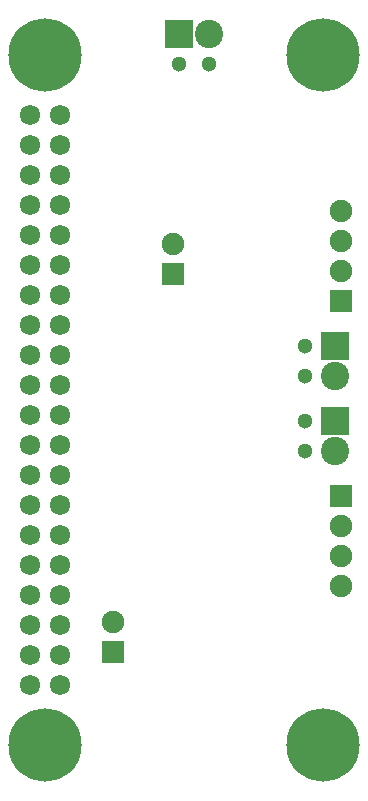
<source format=gbs>
G04 #@! TF.GenerationSoftware,KiCad,Pcbnew,(5.0.0)*
G04 #@! TF.CreationDate,2018-10-15T11:55:30+01:00*
G04 #@! TF.ProjectId,Motor Shield,4D6F746F7220536869656C642E6B6963,rev?*
G04 #@! TF.SameCoordinates,Original*
G04 #@! TF.FileFunction,Soldermask,Bot*
G04 #@! TF.FilePolarity,Negative*
%FSLAX46Y46*%
G04 Gerber Fmt 4.6, Leading zero omitted, Abs format (unit mm)*
G04 Created by KiCad (PCBNEW (5.0.0)) date 10/15/18 11:55:30*
%MOMM*%
%LPD*%
G01*
G04 APERTURE LIST*
%ADD10C,1.300000*%
%ADD11C,2.400000*%
%ADD12R,2.400000X2.400000*%
%ADD13R,1.900000X1.900000*%
%ADD14O,1.900000X1.900000*%
%ADD15C,6.200000*%
%ADD16C,1.724000*%
G04 APERTURE END LIST*
D10*
G04 #@! TO.C,J4*
X167386000Y-106680000D03*
D11*
X169926000Y-106680000D03*
D10*
X167386000Y-104140000D03*
D12*
X169926000Y-104140000D03*
G04 #@! TD*
G04 #@! TO.C,J5*
X169926000Y-97790000D03*
D10*
X167386000Y-97790000D03*
D11*
X169926000Y-100330000D03*
D10*
X167386000Y-100330000D03*
G04 #@! TD*
D13*
G04 #@! TO.C,J3*
X156210000Y-91694000D03*
D14*
X156210000Y-89154000D03*
G04 #@! TD*
D13*
G04 #@! TO.C,J2*
X151130000Y-123698000D03*
D14*
X151130000Y-121158000D03*
G04 #@! TD*
D13*
G04 #@! TO.C,J6*
X170434000Y-93980000D03*
D14*
X170434000Y-91440000D03*
X170434000Y-88900000D03*
X170434000Y-86360000D03*
G04 #@! TD*
G04 #@! TO.C,J7*
X170434000Y-118110000D03*
X170434000Y-115570000D03*
X170434000Y-113030000D03*
D13*
X170434000Y-110490000D03*
G04 #@! TD*
D12*
G04 #@! TO.C,J1*
X156718000Y-71374000D03*
D10*
X156718000Y-73914000D03*
D11*
X159258000Y-71374000D03*
D10*
X159258000Y-73914000D03*
G04 #@! TD*
D15*
G04 #@! TO.C,U4*
X168910000Y-131572000D03*
X168910000Y-73152000D03*
X145415000Y-131572000D03*
X145415000Y-73152000D03*
D16*
X144145000Y-126492000D03*
X146685000Y-126492000D03*
X144145000Y-123952000D03*
X146685000Y-123952000D03*
X144145000Y-121412000D03*
X146685000Y-121412000D03*
X144145000Y-118872000D03*
X146685000Y-118872000D03*
X144145000Y-116332000D03*
X146685000Y-116332000D03*
X144145000Y-113792000D03*
X146685000Y-113792000D03*
X144145000Y-111252000D03*
X146685000Y-111252000D03*
X144145000Y-108712000D03*
X146685000Y-108712000D03*
X144145000Y-106172000D03*
X146685000Y-106172000D03*
X144145000Y-103632000D03*
X146685000Y-103632000D03*
X144145000Y-101092000D03*
X146685000Y-101092000D03*
X144145000Y-98552000D03*
X146685000Y-98552000D03*
X144145000Y-96012000D03*
X146685000Y-96012000D03*
X144145000Y-93472000D03*
X146685000Y-93472000D03*
X144145000Y-90932000D03*
X146685000Y-90932000D03*
X144145000Y-88392000D03*
X146685000Y-88392000D03*
X144145000Y-85852000D03*
X146685000Y-85852000D03*
X144145000Y-83312000D03*
X146685000Y-83312000D03*
X144145000Y-80772000D03*
X146685000Y-80772000D03*
X144145000Y-78232000D03*
X146685000Y-78232000D03*
G04 #@! TD*
M02*

</source>
